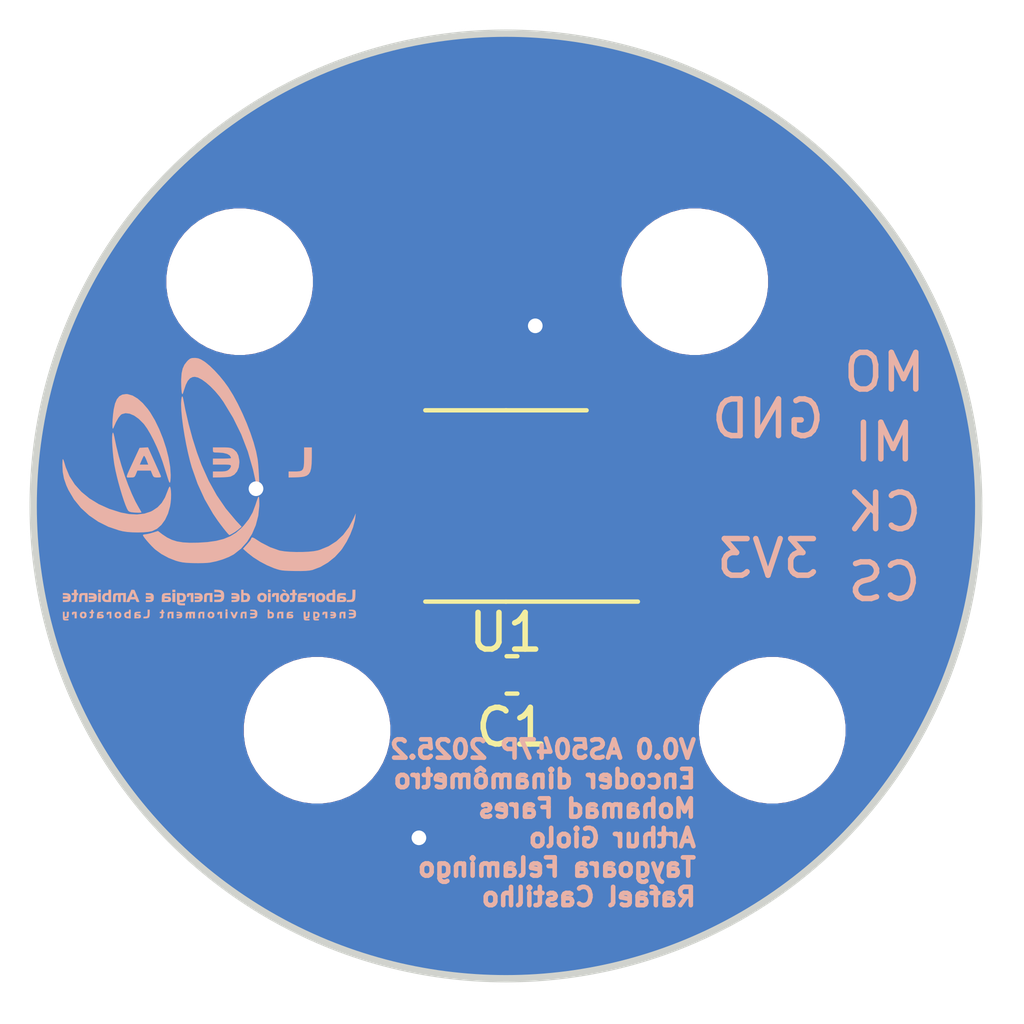
<source format=kicad_pcb>
(kicad_pcb (version 20241229) (generator "pcbnew") (generator_version "9.0")
  (layers (0 "F.Cu" signal) (2 "B.Cu" signal) (13 "F.Paste" user) (15 "B.Paste" user) (5 "F.SilkS" user "F.Silkscreen") (7 "B.SilkS" user "B.Silkscreen") (1 "F.Mask" user) (3 "B.Mask" user) (25 "Edge.Cuts" user))
  (net 0 "")
  (net 1 "3v3")
  (net 2 "GND")
  (net 3 "MOSI")
  (net 4 "MISO")
  (net 5 "CLK")
  (net 6 "CS")
  (footprint "Connector_Wire:SolderWirePad_1x01_SMD_1x2mm" (layer "F.Cu") (at 60.325 48.26 -90)
    (property "Reference" "MI" (at 0 0 180) (layer "B.SilkS") (effects (justify mirror)))
    (property "Value" "Conn_01x01" (hide yes))
    (pad "1" smd roundrect (at 0 0 270) (size 1 2) (layers "F.Cu" "F.Mask" "F.Paste") (net 4 "MISO"))
  )
  (footprint "Package_SO:TSSOP-14_4.4x5mm_P0.65mm" (layer "F.Cu") (at 50 50 180)
    (property "Reference" "U1" (at 0 -3.45 0) (layer "F.SilkS"))
    (property "Value" "AS5047D")
    (pad "1" smd roundrect (at -2.8625 -1.95 180) (size 1.475 0.4) (layers "F.Cu" "F.Mask" "F.Paste") (net 6 "CS"))
    (pad "2" smd roundrect (at -2.8625 -1.3 180) (size 1.475 0.4) (layers "F.Cu" "F.Mask" "F.Paste") (net 5 "CLK"))
    (pad "3" smd roundrect (at -2.8625 -0.65 180) (size 1.475 0.4) (layers "F.Cu" "F.Mask" "F.Paste") (net 4 "MISO"))
    (pad "4" smd roundrect (at -2.8625 0 180) (size 1.475 0.4) (layers "F.Cu" "F.Mask" "F.Paste") (net 3 "MOSI"))
    (pad "5" smd roundrect (at -2.8625 0.65 180) (size 1.475 0.4) (layers "F.Cu" "F.Mask" "F.Paste") (net 2 "GND"))
    (pad "6" smd roundrect (at -2.8625 1.3 180) (size 1.475 0.4) (layers "F.Cu" "F.Mask" "F.Paste"))
    (pad "7" smd roundrect (at -2.8625 1.95 180) (size 1.475 0.4) (layers "F.Cu" "F.Mask" "F.Paste"))
    (pad "8" smd roundrect (at 2.8625 1.95 180) (size 1.475 0.4) (layers "F.Cu" "F.Mask" "F.Paste"))
    (pad "9" smd roundrect (at 2.8625 1.3 180) (size 1.475 0.4) (layers "F.Cu" "F.Mask" "F.Paste"))
    (pad "10" smd roundrect (at 2.8625 0.65 180) (size 1.475 0.4) (layers "F.Cu" "F.Mask" "F.Paste"))
    (pad "11" smd roundrect (at 2.8625 0 180) (size 1.475 0.4) (layers "F.Cu" "F.Mask" "F.Paste") (net 1 "3v3"))
    (pad "12" smd roundrect (at 2.8625 -0.65 180) (size 1.475 0.4) (layers "F.Cu" "F.Mask" "F.Paste") (net 1 "3v3"))
    (pad "13" smd roundrect (at 2.8625 -1.3 180) (size 1.475 0.4) (layers "F.Cu" "F.Mask" "F.Paste") (net 2 "GND"))
    (pad "14" smd roundrect (at 2.8625 -1.95 180) (size 1.475 0.4) (layers "F.Cu" "F.Mask" "F.Paste"))
  )
  (footprint "Connector_Wire:SolderWirePad_1x01_SMD_1x2mm" (layer "F.Cu") (at 60.325 50.165 -90)
    (property "Reference" "CK" (at 0 0 180) (layer "B.SilkS") (effects (justify mirror)))
    (property "Value" "Conn_01x01" (hide yes))
    (pad "1" smd roundrect (at 0 0 270) (size 1 2) (layers "F.Cu" "F.Mask" "F.Paste") (net 5 "CLK"))
  )
  (footprint "Connector_Wire:SolderWirePad_1x01_SMD_1x2mm" (layer "F.Cu") (at 60.325 52.07 -90)
    (property "Reference" "CS" (at 0 0 180) (layer "B.SilkS") (effects (justify mirror)))
    (property "Value" "Conn_01x01" (hide yes))
    (pad "1" smd roundrect (at 0 0 270) (size 1 2) (layers "F.Cu" "F.Mask" "F.Paste") (net 6 "CS"))
  )
  (footprint "MountingHole:MountingHole_3.5mm" (layer "F.Cu") (at 57.266656 56.11929)
    (property "Reference" "H4" (hide yes))
    (property "Value" "MountingHole" (hide yes))
    (pad "" np_thru_hole circle (at 0 0) (size 3.5 3.5) (drill 3.5) (layers "*.Cu" "*.Mask"))
  )
  (footprint "Connector_Wire:SolderWirePad_1x01_SMD_1x2mm" (layer "F.Cu") (at 57.15 47.625 -90)
    (property "Reference" "GND" (at 0 0 180) (layer "B.SilkS") (effects (justify mirror)))
    (property "Value" "Conn_01x01" (hide yes))
    (pad "1" smd roundrect (at 0 0 270) (size 1 2) (layers "F.Cu" "F.Mask" "F.Paste") (net 2 "GND"))
  )
  (footprint "Connector_Wire:SolderWirePad_1x01_SMD_1x2mm" (layer "F.Cu") (at 57.15 51.435 -90)
    (property "Reference" "3V3" (at 0 0 180) (layer "B.SilkS") (effects (justify mirror)))
    (property "Value" "Conn_01x01" (hide yes))
    (pad "1" smd roundrect (at 0 0 270) (size 1 2) (layers "F.Cu" "F.Mask" "F.Paste") (net 1 "3v3"))
  )
  (footprint "MountingHole:MountingHole_3.5mm" (layer "F.Cu") (at 44.846914 56.11929)
    (property "Reference" "H3" (hide yes))
    (property "Value" "MountingHole" (hide yes))
    (pad "" np_thru_hole circle (at 0 0) (size 3.5 3.5) (drill 3.5) (layers "*.Cu" "*.Mask"))
  )
  (footprint "MountingHole:MountingHole_3.5mm" (layer "F.Cu") (at 55.153086 43.88071)
    (property "Reference" "H1" (hide yes))
    (property "Value" "MountingHole" (hide yes))
    (pad "" np_thru_hole circle (at 0 0) (size 3.5 3.5) (drill 3.5) (layers "*.Cu" "*.Mask"))
  )
  (footprint "MountingHole:MountingHole_3.5mm" (layer "F.Cu") (at 42.733344 43.88071)
    (property "Reference" "H2" (hide yes))
    (property "Value" "MountingHole" (hide yes))
    (pad "" np_thru_hole circle (at 0 0) (size 3.5 3.5) (drill 3.5) (layers "*.Cu" "*.Mask"))
  )
  (footprint "Capacitor_SMD:C_0603_1608Metric_Pad1.08x0.95mm_HandSolder" (layer "F.Cu") (at 50.165 54.61 180)
    (property "Reference" "C1" (at 0 -1.43 0) (layer "F.SilkS"))
    (property "Value" "100nF" (hide yes))
    (pad "1" smd roundrect (at -0.8625 0 180) (size 1.075 0.95) (layers "F.Cu" "F.Mask" "F.Paste") (net 1 "3v3"))
    (pad "2" smd roundrect (at 0.8625 0 180) (size 1.075 0.95) (layers "F.Cu" "F.Mask" "F.Paste") (net 2 "GND"))
  )
  (footprint "Connector_Wire:SolderWirePad_1x01_SMD_1x2mm" (layer "F.Cu") (at 60.325 46.355 -90)
    (property "Reference" "MO" (at 0 0 180) (layer "B.SilkS") (effects (justify mirror)))
    (property "Value" "Conn_01x01" (hide yes))
    (pad "1" smd roundrect (at 0 0 270) (size 1 2) (layers "F.Cu" "F.Mask" "F.Paste") (net 3 "MOSI"))
  )
  (footprint "logo_lea:LOGO_TXTP" (layer "B.Cu") (at 41.91 52.705 180)
    (property "Reference" "G***" (hide yes))
    (property "Value" "LOGO" (hide yes))
  )
  (footprint "logo_lea:LOGOP" (layer "B.Cu") (at 41.91 48.895 180)
    (property "Reference" "G***" (hide yes))
    (property "Value" "LOGO" (hide yes))
  )
  (gr_circle (center 50 50) (end 62.9 50) (stroke (width 0.2)) (fill no) (layer "Edge.Cuts"))
  (gr_text "V0.0 AS5047P 2025.2\nEncoder dinamômetro\nMohamad Fares\nArthur Giolo\nTaygoara Felamingo\nRafael Castilho" (at 55.245 60.96 0) (layer "B.SilkS") (effects (font (size 0.5 0.5) (thickness 0.125) (bold yes)) (justify left bottom mirror)))
  (segment (start 48.895 51.67) (end 49.095 51.87) (width 0.25) (layer "F.Cu") (net 1))
  (segment (start 48.895 50.8) (end 48.895 51.67) (width 0.25) (layer "F.Cu") (net 1))
  (segment (start 47.874999 50.65) (end 47.1375 50.65) (width 0.25) (layer "F.Cu") (net 1))
  (segment (start 55.88 51.435) (end 57.15 51.435) (width 0.25) (layer "F.Cu") (net 1))
  (segment (start 49.095 51.87) (end 47.874999 50.65) (width 0.25) (layer "F.Cu") (net 1))
  (segment (start 52.705 54.61) (end 55.88 51.435) (width 0.25) (layer "F.Cu") (net 1))
  (segment (start 51.0275 53.802501) (end 49.095 51.87) (width 0.25) (layer "F.Cu") (net 1))
  (segment (start 47.1375 50) (end 48.095 50) (width 0.25) (layer "F.Cu") (net 1))
  (segment (start 48.095 50) (end 48.895 50.8) (width 0.25) (layer "F.Cu") (net 1))
  (segment (start 51.0275 54.61) (end 51.0275 53.802501) (width 0.25) (layer "F.Cu") (net 1))
  (segment (start 51.0275 54.61) (end 52.705 54.61) (width 0.25) (layer "F.Cu") (net 1))
  (segment (start 53.567416 49.35) (end 54.472416 48.445) (width 0.25) (layer "F.Cu") (net 2))
  (segment (start 47.874999 51.3) (end 49.3025 52.727501) (width 0.25) (layer "F.Cu") (net 2))
  (segment (start 47.1375 51.3) (end 47.874999 51.3) (width 0.25) (layer "F.Cu") (net 2))
  (segment (start 55.695 48.445) (end 56.515 47.625) (width 0.25) (layer "F.Cu") (net 2))
  (segment (start 56.515 47.625) (end 57.15 47.625) (width 0.25) (layer "F.Cu") (net 2))
  (segment (start 49.3025 52.727501) (end 49.3025 54.61) (width 0.25) (layer "F.Cu") (net 2))
  (segment (start 54.472416 48.445) (end 55.695 48.445) (width 0.25) (layer "F.Cu") (net 2))
  (segment (start 52.8625 49.35) (end 53.567416 49.35) (width 0.25) (layer "F.Cu") (net 2))
  (via (at 43.18 49.53) (size 0.8) (drill 0.4) (layers "F.Cu" "B.Cu") (net 2))
  (via (at 50.8 45.085) (size 0.8) (drill 0.4) (layers "F.Cu" "B.Cu") (net 2))
  (via (at 47.625 59.055) (size 0.8) (drill 0.4) (layers "F.Cu" "B.Cu") (net 2))
  (segment (start 57.785 48.895) (end 60.325 46.355) (width 0.25) (layer "F.Cu") (net 3))
  (segment (start 53.553812 50) (end 54.658812 48.895) (width 0.25) (layer "F.Cu") (net 3))
  (segment (start 52.8625 50) (end 53.553812 50) (width 0.25) (layer "F.Cu") (net 3))
  (segment (start 54.658812 48.895) (end 57.785 48.895) (width 0.25) (layer "F.Cu") (net 3))
  (segment (start 59.056396 48.26) (end 60.325 48.26) (width 0.25) (layer "F.Cu") (net 4))
  (segment (start 53.553812 50.65) (end 54.858812 49.345) (width 0.25) (layer "F.Cu") (net 4))
  (segment (start 54.858812 49.345) (end 57.971396 49.345) (width 0.25) (layer "F.Cu") (net 4))
  (segment (start 52.8625 50.65) (end 53.553812 50.65) (width 0.25) (layer "F.Cu") (net 4))
  (segment (start 57.971396 49.345) (end 59.056396 48.26) (width 0.25) (layer "F.Cu") (net 4))
  (segment (start 52.8625 51.3) (end 53.599999 51.3) (width 0.25) (layer "F.Cu") (net 5))
  (segment (start 53.599999 51.3) (end 55.104999 49.795) (width 0.25) (layer "F.Cu") (net 5))
  (segment (start 58.05 49.795) (end 58.42 50.165) (width 0.25) (layer "F.Cu") (net 5))
  (segment (start 55.104999 49.795) (end 58.05 49.795) (width 0.25) (layer "F.Cu") (net 5))
  (segment (start 58.42 50.165) (end 60.325 50.165) (width 0.25) (layer "F.Cu") (net 5))
  (segment (start 52.8625 51.95) (end 53.586395 51.95) (width 0.25) (layer "F.Cu") (net 6))
  (segment (start 55.291395 50.245) (end 57.863604 50.245) (width 0.25) (layer "F.Cu") (net 6))
  (segment (start 53.586395 51.95) (end 55.291395 50.245) (width 0.25) (layer "F.Cu") (net 6))
  (segment (start 57.863604 50.245) (end 59.688604 52.07) (width 0.25) (layer "F.Cu") (net 6))
  (segment (start 59.688604 52.07) (end 60.325 52.07) (width 0.25) (layer "F.Cu") (net 6))
  (zone (net 2) (net_name "GND") (layers "F.Cu" "B.Cu") (connect_pads (clearance 0.5)) (min_thickness 0.25) (fill yes (thermal_gap 0.5) (thermal_bridge_width 0.5))
    (polygon (pts (xy 36.195 36.195) (xy 64.135 36.195) (xy 64.135 64.135) (xy 36.195 64.135)))
  )
)
</source>
